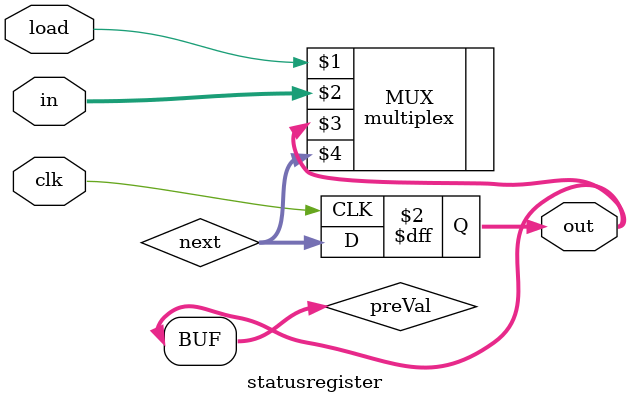
<source format=v>
module statusregister (in, clk, load, out);
  input[2:0] in;
  input clk;
  input load;
  output[2:0] out;
  
  reg [2:0] out;
  wire [2:0] preVal;
  wire [2:0] next;
 
 // run through multplexer 
  assign preVal = out;
  
  multiplex #(3) MUX(load, in, preVal, next);
  
 // output changes on rising edge of clk
  always @(posedge clk)begin
    out = next;
  end
endmodule
// module end
</source>
